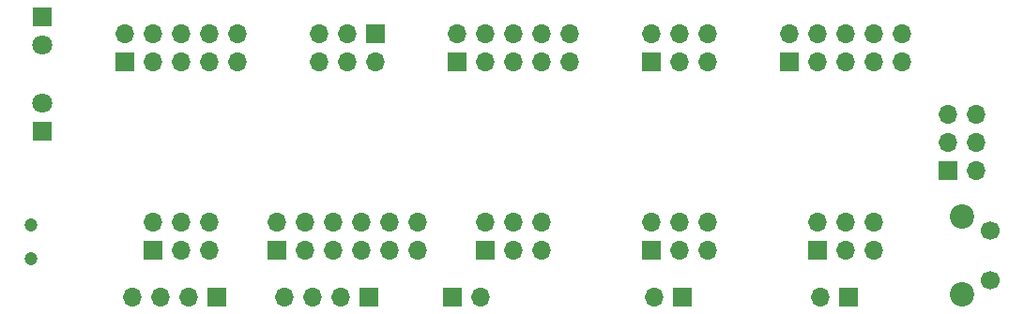
<source format=gbr>
%TF.GenerationSoftware,KiCad,Pcbnew,(6.0.0)*%
%TF.CreationDate,2022-06-06T22:52:27+03:00*%
%TF.ProjectId,link,6c696e6b-2e6b-4696-9361-645f70636258,rev?*%
%TF.SameCoordinates,Original*%
%TF.FileFunction,Soldermask,Bot*%
%TF.FilePolarity,Negative*%
%FSLAX46Y46*%
G04 Gerber Fmt 4.6, Leading zero omitted, Abs format (unit mm)*
G04 Created by KiCad (PCBNEW (6.0.0)) date 2022-06-06 22:52:27*
%MOMM*%
%LPD*%
G01*
G04 APERTURE LIST*
%ADD10R,1.700000X1.700000*%
%ADD11O,1.700000X1.700000*%
%ADD12R,1.800000X1.800000*%
%ADD13C,1.800000*%
%ADD14C,2.200000*%
%ADD15C,1.700000*%
%ADD16C,1.200000*%
G04 APERTURE END LIST*
D10*
%TO.C,J16*%
X142500000Y-79000000D03*
D11*
X145040000Y-79000000D03*
%TD*%
D10*
%TO.C,J15*%
X135000000Y-79000000D03*
D11*
X132460000Y-79000000D03*
X129920000Y-79000000D03*
X127380000Y-79000000D03*
%TD*%
D12*
%TO.C,D2*%
X105500000Y-64000000D03*
D13*
X105500000Y-61460000D03*
%TD*%
D10*
%TO.C,J14*%
X163275000Y-79000000D03*
D11*
X160735000Y-79000000D03*
%TD*%
D12*
%TO.C,D1*%
X105500000Y-53725000D03*
D13*
X105500000Y-56265000D03*
%TD*%
D14*
%TO.C,SW1*%
X188500000Y-71750000D03*
X188500000Y-78750000D03*
D15*
X191000000Y-73000000D03*
X191000000Y-77500000D03*
%TD*%
D10*
%TO.C,J5*%
X187230000Y-67540000D03*
D11*
X189770000Y-67540000D03*
X187230000Y-65000000D03*
X189770000Y-65000000D03*
X187230000Y-62460000D03*
X189770000Y-62460000D03*
%TD*%
D10*
%TO.C,J12*%
X121300000Y-79000000D03*
D11*
X118760000Y-79000000D03*
X116220000Y-79000000D03*
X113680000Y-79000000D03*
%TD*%
D10*
%TO.C,J13*%
X178275000Y-79000000D03*
D11*
X175735000Y-79000000D03*
%TD*%
D16*
%TO.C,S1*%
X104500000Y-75500000D03*
X104500000Y-72500000D03*
%TD*%
D10*
%TO.C,J10*%
X160460000Y-74770000D03*
D11*
X160460000Y-72230000D03*
X163000000Y-74770000D03*
X163000000Y-72230000D03*
X165540000Y-74770000D03*
X165540000Y-72230000D03*
%TD*%
D10*
%TO.C,J9*%
X175460000Y-74770000D03*
D11*
X175460000Y-72230000D03*
X178000000Y-74770000D03*
X178000000Y-72230000D03*
X180540000Y-74770000D03*
X180540000Y-72230000D03*
%TD*%
D10*
%TO.C,J2*%
X145460000Y-74770000D03*
D11*
X145460000Y-72230000D03*
X148000000Y-74770000D03*
X148000000Y-72230000D03*
X150540000Y-74770000D03*
X150540000Y-72230000D03*
%TD*%
D10*
%TO.C,J11*%
X142920000Y-57770000D03*
D11*
X142920000Y-55230000D03*
X145460000Y-57770000D03*
X145460000Y-55230000D03*
X148000000Y-57770000D03*
X148000000Y-55230000D03*
X150540000Y-57770000D03*
X150540000Y-55230000D03*
X153080000Y-57770000D03*
X153080000Y-55230000D03*
%TD*%
D10*
%TO.C,J7*%
X115460000Y-74770000D03*
D11*
X115460000Y-72230000D03*
X118000000Y-74770000D03*
X118000000Y-72230000D03*
X120540000Y-74770000D03*
X120540000Y-72230000D03*
%TD*%
D10*
%TO.C,J8*%
X126650000Y-74770000D03*
D11*
X126650000Y-72230000D03*
X129190000Y-74770000D03*
X129190000Y-72230000D03*
X131730000Y-74770000D03*
X131730000Y-72230000D03*
X134270000Y-74770000D03*
X134270000Y-72230000D03*
X136810000Y-74770000D03*
X136810000Y-72230000D03*
X139350000Y-74770000D03*
X139350000Y-72230000D03*
%TD*%
D10*
%TO.C,J1*%
X160460000Y-57770000D03*
D11*
X160460000Y-55230000D03*
X163000000Y-57770000D03*
X163000000Y-55230000D03*
X165540000Y-57770000D03*
X165540000Y-55230000D03*
%TD*%
D10*
%TO.C,J6*%
X172920000Y-57770000D03*
D11*
X172920000Y-55230000D03*
X175460000Y-57770000D03*
X175460000Y-55230000D03*
X178000000Y-57770000D03*
X178000000Y-55230000D03*
X180540000Y-57770000D03*
X180540000Y-55230000D03*
X183080000Y-57770000D03*
X183080000Y-55230000D03*
%TD*%
D10*
%TO.C,J4*%
X135540000Y-55230000D03*
D11*
X135540000Y-57770000D03*
X133000000Y-55230000D03*
X133000000Y-57770000D03*
X130460000Y-55230000D03*
X130460000Y-57770000D03*
%TD*%
D10*
%TO.C,J3*%
X112920000Y-57770000D03*
D11*
X112920000Y-55230000D03*
X115460000Y-57770000D03*
X115460000Y-55230000D03*
X118000000Y-57770000D03*
X118000000Y-55230000D03*
X120540000Y-57770000D03*
X120540000Y-55230000D03*
X123080000Y-57770000D03*
X123080000Y-55230000D03*
%TD*%
M02*

</source>
